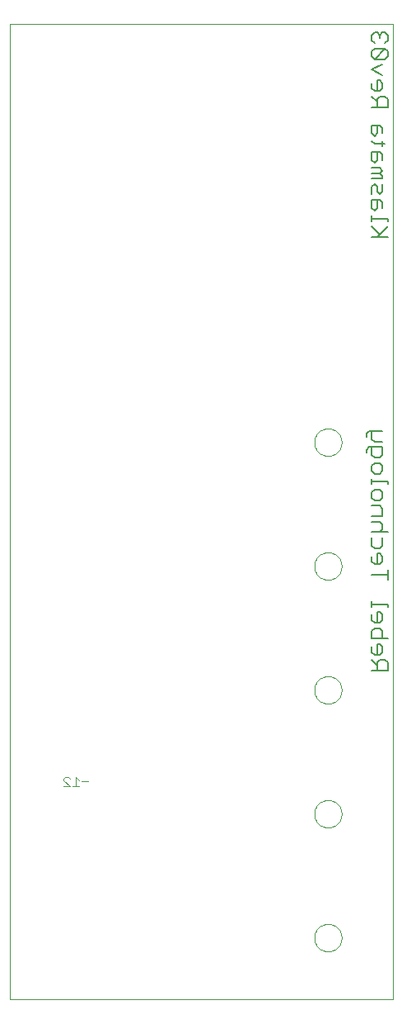
<source format=gbo>
G75*
%MOIN*%
%OFA0B0*%
%FSLAX24Y24*%
%IPPOS*%
%LPD*%
%AMOC8*
5,1,8,0,0,1.08239X$1,22.5*
%
%ADD10C,0.0000*%
%ADD11C,0.0030*%
%ADD12C,0.0060*%
D10*
X003378Y002393D02*
X018885Y002393D01*
X018885Y041763D01*
X003378Y041763D01*
X003378Y002393D01*
X015709Y004893D02*
X015711Y004940D01*
X015717Y004986D01*
X015727Y005032D01*
X015740Y005077D01*
X015758Y005120D01*
X015779Y005162D01*
X015803Y005202D01*
X015831Y005239D01*
X015862Y005274D01*
X015896Y005307D01*
X015932Y005336D01*
X015971Y005362D01*
X016012Y005385D01*
X016055Y005404D01*
X016099Y005420D01*
X016144Y005432D01*
X016190Y005440D01*
X016237Y005444D01*
X016283Y005444D01*
X016330Y005440D01*
X016376Y005432D01*
X016421Y005420D01*
X016465Y005404D01*
X016508Y005385D01*
X016549Y005362D01*
X016588Y005336D01*
X016624Y005307D01*
X016658Y005274D01*
X016689Y005239D01*
X016717Y005202D01*
X016741Y005162D01*
X016762Y005120D01*
X016780Y005077D01*
X016793Y005032D01*
X016803Y004986D01*
X016809Y004940D01*
X016811Y004893D01*
X016809Y004846D01*
X016803Y004800D01*
X016793Y004754D01*
X016780Y004709D01*
X016762Y004666D01*
X016741Y004624D01*
X016717Y004584D01*
X016689Y004547D01*
X016658Y004512D01*
X016624Y004479D01*
X016588Y004450D01*
X016549Y004424D01*
X016508Y004401D01*
X016465Y004382D01*
X016421Y004366D01*
X016376Y004354D01*
X016330Y004346D01*
X016283Y004342D01*
X016237Y004342D01*
X016190Y004346D01*
X016144Y004354D01*
X016099Y004366D01*
X016055Y004382D01*
X016012Y004401D01*
X015971Y004424D01*
X015932Y004450D01*
X015896Y004479D01*
X015862Y004512D01*
X015831Y004547D01*
X015803Y004584D01*
X015779Y004624D01*
X015758Y004666D01*
X015740Y004709D01*
X015727Y004754D01*
X015717Y004800D01*
X015711Y004846D01*
X015709Y004893D01*
X015709Y009893D02*
X015711Y009940D01*
X015717Y009986D01*
X015727Y010032D01*
X015740Y010077D01*
X015758Y010120D01*
X015779Y010162D01*
X015803Y010202D01*
X015831Y010239D01*
X015862Y010274D01*
X015896Y010307D01*
X015932Y010336D01*
X015971Y010362D01*
X016012Y010385D01*
X016055Y010404D01*
X016099Y010420D01*
X016144Y010432D01*
X016190Y010440D01*
X016237Y010444D01*
X016283Y010444D01*
X016330Y010440D01*
X016376Y010432D01*
X016421Y010420D01*
X016465Y010404D01*
X016508Y010385D01*
X016549Y010362D01*
X016588Y010336D01*
X016624Y010307D01*
X016658Y010274D01*
X016689Y010239D01*
X016717Y010202D01*
X016741Y010162D01*
X016762Y010120D01*
X016780Y010077D01*
X016793Y010032D01*
X016803Y009986D01*
X016809Y009940D01*
X016811Y009893D01*
X016809Y009846D01*
X016803Y009800D01*
X016793Y009754D01*
X016780Y009709D01*
X016762Y009666D01*
X016741Y009624D01*
X016717Y009584D01*
X016689Y009547D01*
X016658Y009512D01*
X016624Y009479D01*
X016588Y009450D01*
X016549Y009424D01*
X016508Y009401D01*
X016465Y009382D01*
X016421Y009366D01*
X016376Y009354D01*
X016330Y009346D01*
X016283Y009342D01*
X016237Y009342D01*
X016190Y009346D01*
X016144Y009354D01*
X016099Y009366D01*
X016055Y009382D01*
X016012Y009401D01*
X015971Y009424D01*
X015932Y009450D01*
X015896Y009479D01*
X015862Y009512D01*
X015831Y009547D01*
X015803Y009584D01*
X015779Y009624D01*
X015758Y009666D01*
X015740Y009709D01*
X015727Y009754D01*
X015717Y009800D01*
X015711Y009846D01*
X015709Y009893D01*
X015709Y014893D02*
X015711Y014940D01*
X015717Y014986D01*
X015727Y015032D01*
X015740Y015077D01*
X015758Y015120D01*
X015779Y015162D01*
X015803Y015202D01*
X015831Y015239D01*
X015862Y015274D01*
X015896Y015307D01*
X015932Y015336D01*
X015971Y015362D01*
X016012Y015385D01*
X016055Y015404D01*
X016099Y015420D01*
X016144Y015432D01*
X016190Y015440D01*
X016237Y015444D01*
X016283Y015444D01*
X016330Y015440D01*
X016376Y015432D01*
X016421Y015420D01*
X016465Y015404D01*
X016508Y015385D01*
X016549Y015362D01*
X016588Y015336D01*
X016624Y015307D01*
X016658Y015274D01*
X016689Y015239D01*
X016717Y015202D01*
X016741Y015162D01*
X016762Y015120D01*
X016780Y015077D01*
X016793Y015032D01*
X016803Y014986D01*
X016809Y014940D01*
X016811Y014893D01*
X016809Y014846D01*
X016803Y014800D01*
X016793Y014754D01*
X016780Y014709D01*
X016762Y014666D01*
X016741Y014624D01*
X016717Y014584D01*
X016689Y014547D01*
X016658Y014512D01*
X016624Y014479D01*
X016588Y014450D01*
X016549Y014424D01*
X016508Y014401D01*
X016465Y014382D01*
X016421Y014366D01*
X016376Y014354D01*
X016330Y014346D01*
X016283Y014342D01*
X016237Y014342D01*
X016190Y014346D01*
X016144Y014354D01*
X016099Y014366D01*
X016055Y014382D01*
X016012Y014401D01*
X015971Y014424D01*
X015932Y014450D01*
X015896Y014479D01*
X015862Y014512D01*
X015831Y014547D01*
X015803Y014584D01*
X015779Y014624D01*
X015758Y014666D01*
X015740Y014709D01*
X015727Y014754D01*
X015717Y014800D01*
X015711Y014846D01*
X015709Y014893D01*
X015709Y019893D02*
X015711Y019940D01*
X015717Y019986D01*
X015727Y020032D01*
X015740Y020077D01*
X015758Y020120D01*
X015779Y020162D01*
X015803Y020202D01*
X015831Y020239D01*
X015862Y020274D01*
X015896Y020307D01*
X015932Y020336D01*
X015971Y020362D01*
X016012Y020385D01*
X016055Y020404D01*
X016099Y020420D01*
X016144Y020432D01*
X016190Y020440D01*
X016237Y020444D01*
X016283Y020444D01*
X016330Y020440D01*
X016376Y020432D01*
X016421Y020420D01*
X016465Y020404D01*
X016508Y020385D01*
X016549Y020362D01*
X016588Y020336D01*
X016624Y020307D01*
X016658Y020274D01*
X016689Y020239D01*
X016717Y020202D01*
X016741Y020162D01*
X016762Y020120D01*
X016780Y020077D01*
X016793Y020032D01*
X016803Y019986D01*
X016809Y019940D01*
X016811Y019893D01*
X016809Y019846D01*
X016803Y019800D01*
X016793Y019754D01*
X016780Y019709D01*
X016762Y019666D01*
X016741Y019624D01*
X016717Y019584D01*
X016689Y019547D01*
X016658Y019512D01*
X016624Y019479D01*
X016588Y019450D01*
X016549Y019424D01*
X016508Y019401D01*
X016465Y019382D01*
X016421Y019366D01*
X016376Y019354D01*
X016330Y019346D01*
X016283Y019342D01*
X016237Y019342D01*
X016190Y019346D01*
X016144Y019354D01*
X016099Y019366D01*
X016055Y019382D01*
X016012Y019401D01*
X015971Y019424D01*
X015932Y019450D01*
X015896Y019479D01*
X015862Y019512D01*
X015831Y019547D01*
X015803Y019584D01*
X015779Y019624D01*
X015758Y019666D01*
X015740Y019709D01*
X015727Y019754D01*
X015717Y019800D01*
X015711Y019846D01*
X015709Y019893D01*
X015709Y024893D02*
X015711Y024940D01*
X015717Y024986D01*
X015727Y025032D01*
X015740Y025077D01*
X015758Y025120D01*
X015779Y025162D01*
X015803Y025202D01*
X015831Y025239D01*
X015862Y025274D01*
X015896Y025307D01*
X015932Y025336D01*
X015971Y025362D01*
X016012Y025385D01*
X016055Y025404D01*
X016099Y025420D01*
X016144Y025432D01*
X016190Y025440D01*
X016237Y025444D01*
X016283Y025444D01*
X016330Y025440D01*
X016376Y025432D01*
X016421Y025420D01*
X016465Y025404D01*
X016508Y025385D01*
X016549Y025362D01*
X016588Y025336D01*
X016624Y025307D01*
X016658Y025274D01*
X016689Y025239D01*
X016717Y025202D01*
X016741Y025162D01*
X016762Y025120D01*
X016780Y025077D01*
X016793Y025032D01*
X016803Y024986D01*
X016809Y024940D01*
X016811Y024893D01*
X016809Y024846D01*
X016803Y024800D01*
X016793Y024754D01*
X016780Y024709D01*
X016762Y024666D01*
X016741Y024624D01*
X016717Y024584D01*
X016689Y024547D01*
X016658Y024512D01*
X016624Y024479D01*
X016588Y024450D01*
X016549Y024424D01*
X016508Y024401D01*
X016465Y024382D01*
X016421Y024366D01*
X016376Y024354D01*
X016330Y024346D01*
X016283Y024342D01*
X016237Y024342D01*
X016190Y024346D01*
X016144Y024354D01*
X016099Y024366D01*
X016055Y024382D01*
X016012Y024401D01*
X015971Y024424D01*
X015932Y024450D01*
X015896Y024479D01*
X015862Y024512D01*
X015831Y024547D01*
X015803Y024584D01*
X015779Y024624D01*
X015758Y024666D01*
X015740Y024709D01*
X015727Y024754D01*
X015717Y024800D01*
X015711Y024846D01*
X015709Y024893D01*
D11*
X006547Y011193D02*
X006300Y011193D01*
X006179Y011255D02*
X006055Y011379D01*
X006055Y011008D01*
X005932Y011008D02*
X006179Y011008D01*
X005810Y011008D02*
X005563Y011255D01*
X005563Y011317D01*
X005625Y011379D01*
X005749Y011379D01*
X005810Y011317D01*
X005810Y011008D02*
X005563Y011008D01*
D12*
X017826Y024481D02*
X017826Y024588D01*
X017933Y024694D01*
X018467Y024694D01*
X018467Y024374D01*
X018360Y024267D01*
X018146Y024267D01*
X018040Y024374D01*
X018040Y024694D01*
X018146Y024912D02*
X018040Y025019D01*
X018040Y025339D01*
X017933Y025339D02*
X017826Y025232D01*
X017826Y025125D01*
X017933Y025339D02*
X018467Y025339D01*
X018467Y024912D02*
X018146Y024912D01*
X018146Y024050D02*
X018360Y024050D01*
X018467Y023943D01*
X018467Y023730D01*
X018360Y023623D01*
X018146Y023623D01*
X018040Y023730D01*
X018040Y023943D01*
X018146Y024050D01*
X018040Y023407D02*
X018040Y023193D01*
X018040Y023300D02*
X018680Y023300D01*
X018680Y023193D01*
X018360Y022976D02*
X018467Y022869D01*
X018467Y022655D01*
X018360Y022549D01*
X018146Y022549D01*
X018040Y022655D01*
X018040Y022869D01*
X018146Y022976D01*
X018360Y022976D01*
X018360Y022331D02*
X018040Y022331D01*
X018040Y021904D02*
X018467Y021904D01*
X018467Y022224D01*
X018360Y022331D01*
X018360Y021686D02*
X018040Y021686D01*
X018040Y021259D02*
X018680Y021259D01*
X018467Y021366D02*
X018467Y021580D01*
X018360Y021686D01*
X018467Y021366D02*
X018360Y021259D01*
X018467Y021042D02*
X018467Y020722D01*
X018360Y020615D01*
X018146Y020615D01*
X018040Y020722D01*
X018040Y021042D01*
X018253Y020397D02*
X018253Y019970D01*
X018146Y019970D02*
X018360Y019970D01*
X018467Y020077D01*
X018467Y020291D01*
X018360Y020397D01*
X018253Y020397D01*
X018040Y020291D02*
X018040Y020077D01*
X018146Y019970D01*
X018040Y019539D02*
X018680Y019539D01*
X018680Y019326D02*
X018680Y019753D01*
X018680Y018358D02*
X018040Y018358D01*
X018040Y018252D02*
X018040Y018465D01*
X018253Y018034D02*
X018253Y017607D01*
X018146Y017607D02*
X018360Y017607D01*
X018467Y017714D01*
X018467Y017927D01*
X018360Y018034D01*
X018253Y018034D01*
X018040Y017927D02*
X018040Y017714D01*
X018146Y017607D01*
X018146Y017389D02*
X018360Y017389D01*
X018467Y017283D01*
X018467Y016962D01*
X018360Y016745D02*
X018253Y016745D01*
X018253Y016318D01*
X018146Y016318D02*
X018360Y016318D01*
X018467Y016425D01*
X018467Y016638D01*
X018360Y016745D01*
X018040Y016425D02*
X018146Y016318D01*
X018040Y016425D02*
X018040Y016638D01*
X018040Y016962D02*
X018040Y017283D01*
X018146Y017389D01*
X018040Y016962D02*
X018680Y016962D01*
X018573Y016100D02*
X018360Y016100D01*
X018253Y015994D01*
X018253Y015673D01*
X018040Y015673D02*
X018680Y015673D01*
X018680Y015994D01*
X018573Y016100D01*
X018253Y015887D02*
X018040Y016100D01*
X018680Y018252D02*
X018680Y018358D01*
X018680Y033173D02*
X018040Y033173D01*
X018253Y033173D02*
X018680Y033600D01*
X018680Y033818D02*
X018680Y033925D01*
X018040Y033925D01*
X018040Y034031D02*
X018040Y033818D01*
X018040Y033600D02*
X018360Y033280D01*
X018146Y034248D02*
X018040Y034354D01*
X018040Y034675D01*
X018360Y034675D01*
X018467Y034568D01*
X018467Y034354D01*
X018253Y034354D02*
X018253Y034675D01*
X018360Y034892D02*
X018253Y034999D01*
X018253Y035212D01*
X018146Y035319D01*
X018040Y035212D01*
X018040Y034892D01*
X018253Y034354D02*
X018146Y034248D01*
X018360Y034892D02*
X018467Y034999D01*
X018467Y035319D01*
X018467Y035537D02*
X018467Y035643D01*
X018360Y035750D01*
X018467Y035857D01*
X018360Y035964D01*
X018040Y035964D01*
X018040Y035750D02*
X018360Y035750D01*
X018467Y035537D02*
X018040Y035537D01*
X018146Y036181D02*
X018253Y036288D01*
X018253Y036608D01*
X018360Y036608D02*
X018467Y036501D01*
X018467Y036288D01*
X018360Y036608D02*
X018040Y036608D01*
X018040Y036288D01*
X018146Y036181D01*
X018467Y036826D02*
X018467Y037039D01*
X018573Y036933D02*
X018146Y036933D01*
X018040Y037039D01*
X018146Y037255D02*
X018040Y037362D01*
X018040Y037682D01*
X018360Y037682D01*
X018467Y037576D01*
X018467Y037362D01*
X018253Y037362D02*
X018253Y037682D01*
X018253Y037362D02*
X018146Y037255D01*
X018040Y038423D02*
X018680Y038423D01*
X018680Y038744D01*
X018573Y038850D01*
X018360Y038850D01*
X018253Y038744D01*
X018253Y038423D01*
X018253Y038637D02*
X018040Y038850D01*
X018146Y039068D02*
X018040Y039175D01*
X018040Y039388D01*
X018253Y039495D02*
X018253Y039068D01*
X018146Y039068D02*
X018360Y039068D01*
X018467Y039175D01*
X018467Y039388D01*
X018360Y039495D01*
X018253Y039495D01*
X018467Y039712D02*
X018040Y039926D01*
X018467Y040139D01*
X018573Y040357D02*
X018146Y040357D01*
X018573Y040784D01*
X018146Y040784D01*
X018040Y040677D01*
X018040Y040464D01*
X018146Y040357D01*
X018573Y040357D02*
X018680Y040464D01*
X018680Y040677D01*
X018573Y040784D01*
X018573Y041002D02*
X018680Y041108D01*
X018680Y041322D01*
X018573Y041429D01*
X018467Y041429D01*
X018360Y041322D01*
X018253Y041429D01*
X018146Y041429D01*
X018040Y041322D01*
X018040Y041108D01*
X018146Y041002D01*
X018360Y041215D02*
X018360Y041322D01*
M02*

</source>
